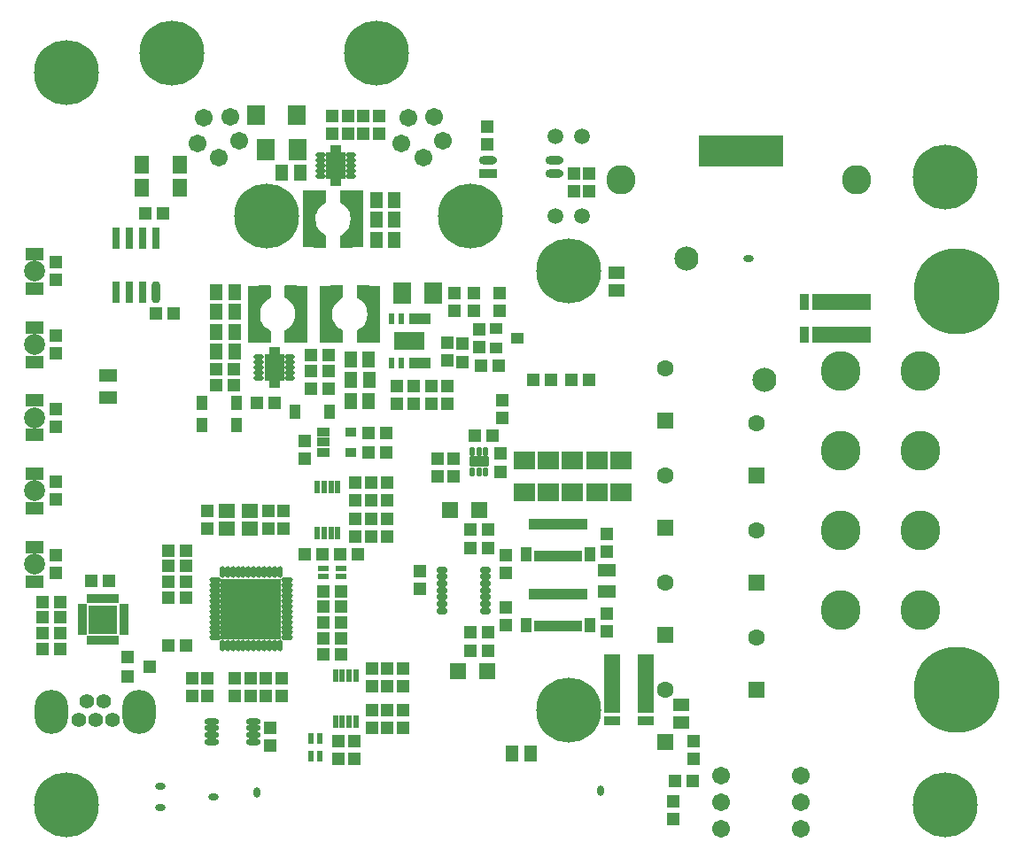
<source format=gbr>
%TF.GenerationSoftware,Altium Limited,Altium Designer,22.0.2 (36)*%
G04 Layer_Color=16711935*
%FSLAX45Y45*%
%MOMM*%
%TF.SameCoordinates,6C3A6253-EFF2-48E9-9C48-1F107FDFC152*%
%TF.FilePolarity,Negative*%
%TF.FileFunction,Soldermask,Bot*%
%TF.Part,Single*%
G01*
G75*
%TA.AperFunction,SMDPad,CuDef*%
G04:AMPARAMS|DCode=99|XSize=1.8032mm|YSize=1.0932mm|CornerRadius=0.1461mm|HoleSize=0mm|Usage=FLASHONLY|Rotation=0.000|XOffset=0mm|YOffset=0mm|HoleType=Round|Shape=RoundedRectangle|*
%AMROUNDEDRECTD99*
21,1,1.80320,0.80100,0,0,0.0*
21,1,1.51100,1.09320,0,0,0.0*
1,1,0.29220,0.75550,-0.40050*
1,1,0.29220,-0.75550,-0.40050*
1,1,0.29220,-0.75550,0.40050*
1,1,0.29220,0.75550,0.40050*
%
%ADD99ROUNDEDRECTD99*%
G04:AMPARAMS|DCode=100|XSize=0.5032mm|YSize=0.9032mm|CornerRadius=0.1466mm|HoleSize=0mm|Usage=FLASHONLY|Rotation=0.000|XOffset=0mm|YOffset=0mm|HoleType=Round|Shape=RoundedRectangle|*
%AMROUNDEDRECTD100*
21,1,0.50320,0.61000,0,0,0.0*
21,1,0.21000,0.90320,0,0,0.0*
1,1,0.29320,0.10500,-0.30500*
1,1,0.29320,-0.10500,-0.30500*
1,1,0.29320,-0.10500,0.30500*
1,1,0.29320,0.10500,0.30500*
%
%ADD100ROUNDEDRECTD100*%
%ADD101R,1.80320X1.30320*%
%ADD102R,1.15320X5.50320*%
%ADD103R,1.35320X1.75320*%
%ADD104R,0.60320X1.10320*%
G04:AMPARAMS|DCode=105|XSize=0.6032mm|YSize=1.3032mm|CornerRadius=0.2016mm|HoleSize=0mm|Usage=FLASHONLY|Rotation=270.000|XOffset=0mm|YOffset=0mm|HoleType=Round|Shape=RoundedRectangle|*
%AMROUNDEDRECTD105*
21,1,0.60320,0.90000,0,0,270.0*
21,1,0.20000,1.30320,0,0,270.0*
1,1,0.40320,-0.45000,-0.10000*
1,1,0.40320,-0.45000,0.10000*
1,1,0.40320,0.45000,0.10000*
1,1,0.40320,0.45000,-0.10000*
%
%ADD105ROUNDEDRECTD105*%
%ADD106R,1.60320X1.60320*%
%ADD107R,1.10320X0.89320*%
%ADD108R,1.19320X0.89320*%
%ADD109R,1.15320X1.10320*%
%ADD110R,1.15320X1.10320*%
%ADD111R,1.20320X1.20320*%
%ADD112R,1.11320X1.42320*%
G04:AMPARAMS|DCode=113|XSize=0.8032mm|YSize=2.0032mm|CornerRadius=0.2516mm|HoleSize=0mm|Usage=FLASHONLY|Rotation=0.000|XOffset=0mm|YOffset=0mm|HoleType=Round|Shape=RoundedRectangle|*
%AMROUNDEDRECTD113*
21,1,0.80320,1.50000,0,0,0.0*
21,1,0.30000,2.00320,0,0,0.0*
1,1,0.50320,0.15000,-0.75000*
1,1,0.50320,-0.15000,-0.75000*
1,1,0.50320,-0.15000,0.75000*
1,1,0.50320,0.15000,0.75000*
%
%ADD113ROUNDEDRECTD113*%
%ADD114R,0.80320X2.00320*%
%ADD115R,1.80320X1.90320*%
%ADD116R,1.70320X1.30320*%
%ADD117R,5.80320X5.80320*%
G04:AMPARAMS|DCode=118|XSize=0.4532mm|YSize=1.1032mm|CornerRadius=0.1641mm|HoleSize=0mm|Usage=FLASHONLY|Rotation=270.000|XOffset=0mm|YOffset=0mm|HoleType=Round|Shape=RoundedRectangle|*
%AMROUNDEDRECTD118*
21,1,0.45320,0.77500,0,0,270.0*
21,1,0.12500,1.10320,0,0,270.0*
1,1,0.32820,-0.38750,-0.06250*
1,1,0.32820,-0.38750,0.06250*
1,1,0.32820,0.38750,0.06250*
1,1,0.32820,0.38750,-0.06250*
%
%ADD118ROUNDEDRECTD118*%
G04:AMPARAMS|DCode=119|XSize=0.4532mm|YSize=1.1032mm|CornerRadius=0.1641mm|HoleSize=0mm|Usage=FLASHONLY|Rotation=180.000|XOffset=0mm|YOffset=0mm|HoleType=Round|Shape=RoundedRectangle|*
%AMROUNDEDRECTD119*
21,1,0.45320,0.77500,0,0,180.0*
21,1,0.12500,1.10320,0,0,180.0*
1,1,0.32820,-0.06250,0.38750*
1,1,0.32820,0.06250,0.38750*
1,1,0.32820,0.06250,-0.38750*
1,1,0.32820,-0.06250,-0.38750*
%
%ADD119ROUNDEDRECTD119*%
%ADD120R,2.80320X2.80320*%
%ADD121R,0.50320X0.95320*%
%ADD122R,0.95320X0.50320*%
%ADD123R,0.48320X0.90320*%
%ADD124R,1.85320X2.60320*%
G04:AMPARAMS|DCode=125|XSize=0.4332mm|YSize=1.0032mm|CornerRadius=0.1476mm|HoleSize=0mm|Usage=FLASHONLY|Rotation=270.000|XOffset=0mm|YOffset=0mm|HoleType=Round|Shape=RoundedRectangle|*
%AMROUNDEDRECTD125*
21,1,0.43320,0.70800,0,0,270.0*
21,1,0.13800,1.00320,0,0,270.0*
1,1,0.29520,-0.35400,-0.06900*
1,1,0.29520,-0.35400,0.06900*
1,1,0.29520,0.35400,0.06900*
1,1,0.29520,0.35400,-0.06900*
%
%ADD125ROUNDEDRECTD125*%
%ADD126R,0.61320X1.22320*%
%ADD127R,3.00320X1.80320*%
%ADD128R,0.50320X1.10320*%
%ADD129R,5.70320X1.05320*%
%ADD130R,4.60320X1.05320*%
%ADD131R,1.05320X1.35320*%
%ADD132R,1.72320X0.81320*%
%ADD133O,1.72320X0.81320*%
G04:AMPARAMS|DCode=134|XSize=1.0032mm|YSize=0.6032mm|CornerRadius=0.1516mm|HoleSize=0mm|Usage=FLASHONLY|Rotation=0.000|XOffset=0mm|YOffset=0mm|HoleType=Round|Shape=RoundedRectangle|*
%AMROUNDEDRECTD134*
21,1,1.00320,0.30000,0,0,0.0*
21,1,0.70000,0.60320,0,0,0.0*
1,1,0.30320,0.35000,-0.15000*
1,1,0.30320,-0.35000,-0.15000*
1,1,0.30320,-0.35000,0.15000*
1,1,0.30320,0.35000,0.15000*
%
%ADD134ROUNDEDRECTD134*%
%ADD135R,2.00320X1.80320*%
%ADD136R,1.30320X1.60320*%
%ADD137R,1.30320X1.20320*%
%ADD138R,1.60320X1.40320*%
%ADD139R,1.50320X0.90320*%
%ADD140R,1.50320X5.60320*%
%ADD141R,1.20320X1.30320*%
%ADD142R,1.60320X1.30320*%
%ADD143R,0.90320X1.50320*%
%ADD144R,5.60320X1.50320*%
%ADD145R,1.80320X2.00320*%
%ADD146R,1.10320X0.60320*%
%TA.AperFunction,ComponentPad*%
%ADD147C,2.00320*%
%ADD148C,1.60320*%
%ADD149R,1.60320X1.60320*%
%ADD150O,3.20320X4.20320*%
%ADD151C,1.40320*%
%ADD152O,1.00320X0.60320*%
%ADD153C,0.85320*%
%ADD154C,3.80320*%
%ADD155C,8.20320*%
%ADD156C,2.80320*%
%ADD157C,1.70320*%
%ADD158C,6.20320*%
%ADD159C,2.30320*%
%ADD160C,1.50320*%
%TA.AperFunction,ViaPad*%
%ADD161C,6.20320*%
%TA.AperFunction,WasherPad*%
%ADD162O,0.60320X1.00320*%
%ADD163O,1.00320X0.60320*%
G36*
X7350000Y6600000D02*
X6550000D01*
Y6900000D01*
X7350000D01*
Y6600000D01*
D02*
G37*
G36*
X3231329Y6375095D02*
X3232635Y6374835D01*
X3233896Y6374407D01*
X3235091Y6373818D01*
X3236198Y6373078D01*
X3237200Y6372200D01*
X3238078Y6371198D01*
X3238817Y6370091D01*
X3239407Y6368896D01*
X3239835Y6367635D01*
X3240095Y6366329D01*
X3240182Y6365000D01*
Y6100000D01*
Y5835000D01*
X3240095Y5833671D01*
X3239835Y5832365D01*
X3239407Y5831104D01*
X3238817Y5829909D01*
X3238078Y5828802D01*
X3237200Y5827800D01*
X3236198Y5826922D01*
X3235091Y5826182D01*
X3233896Y5825593D01*
X3232635Y5825165D01*
X3231329Y5824905D01*
X3230000Y5824818D01*
X3125000D01*
X3123671Y5824905D01*
X3122365Y5825165D01*
X3121104Y5825593D01*
X3119909Y5826182D01*
X3118802Y5826922D01*
X3117800Y5827800D01*
X3116922Y5828802D01*
X3116182Y5829909D01*
X3115593Y5831104D01*
X3115165Y5832365D01*
X3114905Y5833671D01*
X3114818Y5835000D01*
Y5935000D01*
X3114838Y5935305D01*
X3114837Y5935610D01*
X3114882Y5935969D01*
X3114905Y5936329D01*
X3114965Y5936629D01*
X3115003Y5936931D01*
X3115095Y5937281D01*
X3115165Y5937635D01*
X3115263Y5937925D01*
X3115341Y5938220D01*
X3115477Y5938553D01*
X3115593Y5938896D01*
X3115729Y5939171D01*
X3115844Y5939453D01*
X3116023Y5939767D01*
X3116182Y5940091D01*
X3116352Y5940344D01*
X3116503Y5940610D01*
X3116722Y5940899D01*
X3116922Y5941198D01*
X3117123Y5941427D01*
X3117308Y5941671D01*
X3117563Y5941929D01*
X3117800Y5942200D01*
X3118030Y5942401D01*
X3118245Y5942618D01*
X3118529Y5942839D01*
X3118802Y5943078D01*
X3119056Y5943248D01*
X3119297Y5943435D01*
X3119609Y5943617D01*
X3119909Y5943818D01*
X3120182Y5943953D01*
X3120447Y5944107D01*
X3139879Y5953823D01*
X3153513Y5962912D01*
X3186914Y5996313D01*
X3201069Y6019904D01*
X3205569Y6028906D01*
X3214999Y6057196D01*
X3219755Y6100000D01*
X3214956Y6143195D01*
X3210393Y6161446D01*
X3196176Y6189880D01*
X3187087Y6203514D01*
X3163313Y6227288D01*
X3144309Y6241540D01*
X3119762Y6256269D01*
X3119287Y6256598D01*
X3118802Y6256922D01*
X3118737Y6256979D01*
X3118667Y6257028D01*
X3118239Y6257415D01*
X3117800Y6257800D01*
X3117744Y6257865D01*
X3117680Y6257922D01*
X3117304Y6258367D01*
X3116922Y6258802D01*
X3116875Y6258872D01*
X3116819Y6258938D01*
X3116505Y6259427D01*
X3116182Y6259909D01*
X3116144Y6259986D01*
X3116098Y6260058D01*
X3115854Y6260575D01*
X3115593Y6261104D01*
X3115565Y6261186D01*
X3115529Y6261262D01*
X3115354Y6261809D01*
X3115165Y6262365D01*
X3115148Y6262449D01*
X3115122Y6262531D01*
X3115019Y6263099D01*
X3114905Y6263671D01*
X3114900Y6263757D01*
X3114885Y6263841D01*
X3114857Y6264415D01*
X3114818Y6265000D01*
Y6365000D01*
X3114905Y6366329D01*
X3115165Y6367635D01*
X3115593Y6368896D01*
X3116182Y6370091D01*
X3116922Y6371198D01*
X3117800Y6372200D01*
X3118802Y6373078D01*
X3119909Y6373818D01*
X3121104Y6374407D01*
X3122365Y6374835D01*
X3123671Y6375095D01*
X3125000Y6375182D01*
X3230000D01*
X3231329Y6375095D01*
D02*
G37*
G36*
X2976329D02*
X2977635Y6374835D01*
X2978896Y6374407D01*
X2980091Y6373818D01*
X2981198Y6373078D01*
X2982200Y6372200D01*
X2983078Y6371198D01*
X2983818Y6370091D01*
X2984407Y6368896D01*
X2984835Y6367635D01*
X2985095Y6366329D01*
X2985182Y6365000D01*
Y6265000D01*
X2985143Y6264415D01*
X2985115Y6263841D01*
X2985100Y6263757D01*
X2985095Y6263671D01*
X2984981Y6263099D01*
X2984878Y6262531D01*
X2984852Y6262449D01*
X2984835Y6262365D01*
X2984646Y6261809D01*
X2984471Y6261262D01*
X2984435Y6261186D01*
X2984407Y6261104D01*
X2984146Y6260575D01*
X2983902Y6260058D01*
X2983856Y6259986D01*
X2983818Y6259909D01*
X2983495Y6259427D01*
X2983181Y6258938D01*
X2983125Y6258872D01*
X2983078Y6258802D01*
X2982696Y6258367D01*
X2982320Y6257922D01*
X2982256Y6257865D01*
X2982200Y6257800D01*
X2981761Y6257415D01*
X2981333Y6257028D01*
X2981263Y6256979D01*
X2981198Y6256922D01*
X2980713Y6256598D01*
X2980238Y6256269D01*
X2955691Y6241540D01*
X2936687Y6227288D01*
X2922712Y6213313D01*
X2908696Y6194625D01*
X2894107Y6165447D01*
X2889607Y6156446D01*
X2885027Y6138126D01*
X2880252Y6099930D01*
X2885044Y6056804D01*
X2889607Y6038554D01*
X2903696Y6010375D01*
X2917712Y5991687D01*
X2946314Y5963086D01*
X2969902Y5948933D01*
X2979553Y5944107D01*
X2979818Y5943953D01*
X2980091Y5943818D01*
X2980391Y5943617D01*
X2980703Y5943435D01*
X2980943Y5943248D01*
X2981198Y5943078D01*
X2981471Y5942839D01*
X2981755Y5942618D01*
X2981970Y5942401D01*
X2982200Y5942200D01*
X2982437Y5941929D01*
X2982692Y5941671D01*
X2982877Y5941427D01*
X2983078Y5941198D01*
X2983278Y5940899D01*
X2983497Y5940610D01*
X2983648Y5940344D01*
X2983818Y5940091D01*
X2983977Y5939767D01*
X2984156Y5939453D01*
X2984271Y5939171D01*
X2984407Y5938896D01*
X2984523Y5938553D01*
X2984659Y5938220D01*
X2984737Y5937925D01*
X2984835Y5937635D01*
X2984905Y5937281D01*
X2984997Y5936931D01*
X2985035Y5936629D01*
X2985095Y5936329D01*
X2985118Y5935969D01*
X2985163Y5935610D01*
X2985162Y5935305D01*
X2985182Y5935000D01*
Y5835000D01*
X2985095Y5833671D01*
X2984835Y5832365D01*
X2984407Y5831104D01*
X2983818Y5829909D01*
X2983078Y5828802D01*
X2982200Y5827800D01*
X2981198Y5826922D01*
X2980091Y5826182D01*
X2978896Y5825593D01*
X2977635Y5825165D01*
X2976329Y5824905D01*
X2975000Y5824818D01*
X2870000D01*
X2868671Y5824905D01*
X2867365Y5825165D01*
X2866104Y5825593D01*
X2864909Y5826182D01*
X2863802Y5826922D01*
X2862800Y5827800D01*
X2861922Y5828802D01*
X2861182Y5829909D01*
X2860593Y5831104D01*
X2860165Y5832365D01*
X2859905Y5833671D01*
X2859818Y5835000D01*
Y6100000D01*
Y6365000D01*
X2859905Y6366329D01*
X2860165Y6367635D01*
X2860593Y6368896D01*
X2861182Y6370091D01*
X2861922Y6371198D01*
X2862800Y6372200D01*
X2863802Y6373078D01*
X2864909Y6373818D01*
X2866104Y6374407D01*
X2867365Y6374835D01*
X2868671Y6375095D01*
X2870000Y6375182D01*
X2975000D01*
X2976329Y6375095D01*
D02*
G37*
G36*
X3391330Y5465095D02*
X3392636Y5464835D01*
X3393897Y5464407D01*
X3395092Y5463818D01*
X3396199Y5463078D01*
X3397200Y5462200D01*
X3398079Y5461199D01*
X3398818Y5460091D01*
X3399408Y5458897D01*
X3399836Y5457636D01*
X3400096Y5456329D01*
X3400183Y5455000D01*
Y5190000D01*
Y4925000D01*
X3400096Y4923671D01*
X3399836Y4922365D01*
X3399408Y4921104D01*
X3398818Y4919909D01*
X3398079Y4918802D01*
X3397200Y4917801D01*
X3396199Y4916923D01*
X3395092Y4916183D01*
X3393897Y4915593D01*
X3392636Y4915165D01*
X3391330Y4914906D01*
X3390001Y4914818D01*
X3285001D01*
X3283672Y4914906D01*
X3282366Y4915165D01*
X3281105Y4915593D01*
X3279910Y4916183D01*
X3278803Y4916923D01*
X3277801Y4917801D01*
X3276923Y4918802D01*
X3276183Y4919909D01*
X3275594Y4921104D01*
X3275166Y4922365D01*
X3274906Y4923671D01*
X3274819Y4925000D01*
Y5025000D01*
X3274858Y5025585D01*
X3274885Y5026159D01*
X3274901Y5026243D01*
X3274906Y5026329D01*
X3275020Y5026902D01*
X3275123Y5027470D01*
X3275149Y5027551D01*
X3275166Y5027636D01*
X3275355Y5028191D01*
X3275530Y5028738D01*
X3275566Y5028814D01*
X3275594Y5028897D01*
X3275855Y5029425D01*
X3276099Y5029942D01*
X3276145Y5030014D01*
X3276183Y5030091D01*
X3276506Y5030574D01*
X3276820Y5031062D01*
X3276876Y5031128D01*
X3276923Y5031199D01*
X3277305Y5031634D01*
X3277681Y5032078D01*
X3277745Y5032135D01*
X3277801Y5032200D01*
X3278240Y5032585D01*
X3278668Y5032973D01*
X3278738Y5033021D01*
X3278803Y5033078D01*
X3279288Y5033402D01*
X3279763Y5033731D01*
X3304310Y5048460D01*
X3323314Y5062712D01*
X3337289Y5076688D01*
X3351305Y5095375D01*
X3365894Y5124554D01*
X3370394Y5133554D01*
X3374974Y5151874D01*
X3379749Y5190070D01*
X3374957Y5233196D01*
X3370394Y5251446D01*
X3356305Y5279625D01*
X3342289Y5298313D01*
X3313688Y5326915D01*
X3290099Y5341068D01*
X3280448Y5345893D01*
X3280183Y5346048D01*
X3279910Y5346183D01*
X3279610Y5346383D01*
X3279298Y5346566D01*
X3279057Y5346752D01*
X3278803Y5346923D01*
X3278530Y5347161D01*
X3278246Y5347382D01*
X3278031Y5347599D01*
X3277801Y5347801D01*
X3277564Y5348071D01*
X3277309Y5348329D01*
X3277124Y5348573D01*
X3276923Y5348802D01*
X3276723Y5349102D01*
X3276504Y5349390D01*
X3276353Y5349656D01*
X3276183Y5349909D01*
X3276024Y5350233D01*
X3275845Y5350547D01*
X3275730Y5350829D01*
X3275594Y5351104D01*
X3275478Y5351447D01*
X3275342Y5351781D01*
X3275264Y5352076D01*
X3275166Y5352365D01*
X3275096Y5352719D01*
X3275004Y5353069D01*
X3274966Y5353372D01*
X3274906Y5353671D01*
X3274883Y5354031D01*
X3274837Y5354390D01*
X3274839Y5354695D01*
X3274819Y5355000D01*
Y5455000D01*
X3274906Y5456329D01*
X3275166Y5457636D01*
X3275594Y5458897D01*
X3276183Y5460091D01*
X3276923Y5461199D01*
X3277801Y5462200D01*
X3278803Y5463078D01*
X3279910Y5463818D01*
X3281105Y5464407D01*
X3282366Y5464835D01*
X3283672Y5465095D01*
X3285001Y5465182D01*
X3390001D01*
X3391330Y5465095D01*
D02*
G37*
G36*
X3136330D02*
X3137636Y5464835D01*
X3138897Y5464407D01*
X3140092Y5463818D01*
X3141199Y5463078D01*
X3142200Y5462200D01*
X3143079Y5461199D01*
X3143818Y5460091D01*
X3144408Y5458897D01*
X3144836Y5457636D01*
X3145096Y5456329D01*
X3145183Y5455000D01*
Y5355000D01*
X3145163Y5354695D01*
X3145164Y5354390D01*
X3145119Y5354031D01*
X3145096Y5353671D01*
X3145036Y5353372D01*
X3144998Y5353069D01*
X3144906Y5352719D01*
X3144836Y5352365D01*
X3144738Y5352076D01*
X3144660Y5351781D01*
X3144524Y5351447D01*
X3144408Y5351104D01*
X3144272Y5350829D01*
X3144157Y5350547D01*
X3143978Y5350233D01*
X3143818Y5349909D01*
X3143649Y5349656D01*
X3143498Y5349390D01*
X3143279Y5349102D01*
X3143079Y5348802D01*
X3142878Y5348573D01*
X3142693Y5348329D01*
X3142438Y5348071D01*
X3142200Y5347801D01*
X3141971Y5347599D01*
X3141756Y5347382D01*
X3141471Y5347161D01*
X3141199Y5346923D01*
X3140944Y5346752D01*
X3140704Y5346566D01*
X3140392Y5346383D01*
X3140092Y5346183D01*
X3139818Y5346048D01*
X3139554Y5345893D01*
X3120122Y5336177D01*
X3106488Y5327088D01*
X3073087Y5293687D01*
X3058932Y5270096D01*
X3054432Y5261094D01*
X3045002Y5232804D01*
X3040246Y5190000D01*
X3045045Y5146805D01*
X3049608Y5128554D01*
X3063824Y5100121D01*
X3072914Y5086486D01*
X3096688Y5062712D01*
X3115692Y5048460D01*
X3140239Y5033731D01*
X3140714Y5033402D01*
X3141199Y5033078D01*
X3141264Y5033021D01*
X3141334Y5032973D01*
X3141762Y5032585D01*
X3142200Y5032200D01*
X3142257Y5032135D01*
X3142321Y5032078D01*
X3142697Y5031634D01*
X3143079Y5031199D01*
X3143126Y5031128D01*
X3143182Y5031062D01*
X3143496Y5030574D01*
X3143818Y5030091D01*
X3143857Y5030014D01*
X3143903Y5029942D01*
X3144147Y5029425D01*
X3144408Y5028897D01*
X3144436Y5028814D01*
X3144472Y5028738D01*
X3144647Y5028191D01*
X3144836Y5027636D01*
X3144852Y5027551D01*
X3144879Y5027470D01*
X3144982Y5026902D01*
X3145096Y5026329D01*
X3145101Y5026243D01*
X3145116Y5026159D01*
X3145144Y5025585D01*
X3145183Y5025000D01*
Y4925000D01*
X3145096Y4923671D01*
X3144836Y4922365D01*
X3144408Y4921104D01*
X3143818Y4919909D01*
X3143079Y4918802D01*
X3142200Y4917801D01*
X3141199Y4916923D01*
X3140092Y4916183D01*
X3138897Y4915593D01*
X3137636Y4915165D01*
X3136330Y4914906D01*
X3135001Y4914818D01*
X3030001D01*
X3028672Y4914906D01*
X3027366Y4915165D01*
X3026105Y4915593D01*
X3024910Y4916183D01*
X3023803Y4916923D01*
X3022801Y4917801D01*
X3021923Y4918802D01*
X3021183Y4919909D01*
X3020594Y4921104D01*
X3020166Y4922365D01*
X3019906Y4923671D01*
X3019819Y4925000D01*
Y5190000D01*
Y5455000D01*
X3019906Y5456329D01*
X3020166Y5457636D01*
X3020594Y5458897D01*
X3021183Y5460091D01*
X3021923Y5461199D01*
X3022801Y5462200D01*
X3023803Y5463078D01*
X3024910Y5463818D01*
X3026105Y5464407D01*
X3027366Y5464835D01*
X3028672Y5465095D01*
X3030001Y5465182D01*
X3135001D01*
X3136330Y5465095D01*
D02*
G37*
G36*
X2701329Y5465095D02*
X2702636Y5464835D01*
X2703897Y5464407D01*
X2705091Y5463818D01*
X2706199Y5463078D01*
X2707200Y5462200D01*
X2708078Y5461198D01*
X2708818Y5460091D01*
X2709407Y5458896D01*
X2709835Y5457635D01*
X2710095Y5456329D01*
X2710182Y5455000D01*
Y5190000D01*
Y4925000D01*
X2710095Y4923671D01*
X2709835Y4922365D01*
X2709407Y4921104D01*
X2708818Y4919909D01*
X2708078Y4918802D01*
X2707200Y4917800D01*
X2706199Y4916922D01*
X2705091Y4916182D01*
X2703897Y4915593D01*
X2702636Y4915165D01*
X2701329Y4914905D01*
X2700000Y4914818D01*
X2595001D01*
X2593672Y4914905D01*
X2592365Y4915165D01*
X2591104Y4915593D01*
X2589910Y4916182D01*
X2588802Y4916922D01*
X2587801Y4917800D01*
X2586923Y4918802D01*
X2586183Y4919909D01*
X2585594Y4921104D01*
X2585166Y4922365D01*
X2584906Y4923671D01*
X2584819Y4925000D01*
Y5025000D01*
X2584857Y5025585D01*
X2584885Y5026159D01*
X2584900Y5026243D01*
X2584906Y5026329D01*
X2585020Y5026901D01*
X2585123Y5027469D01*
X2585149Y5027551D01*
X2585166Y5027635D01*
X2585354Y5028191D01*
X2585530Y5028738D01*
X2585566Y5028814D01*
X2585594Y5028896D01*
X2585854Y5029425D01*
X2586099Y5029942D01*
X2586145Y5030014D01*
X2586183Y5030091D01*
X2586505Y5030573D01*
X2586820Y5031062D01*
X2586876Y5031128D01*
X2586923Y5031198D01*
X2587304Y5031633D01*
X2587681Y5032078D01*
X2587744Y5032135D01*
X2587801Y5032200D01*
X2588240Y5032585D01*
X2588667Y5032972D01*
X2588737Y5033021D01*
X2588802Y5033078D01*
X2589287Y5033402D01*
X2589762Y5033731D01*
X2614310Y5048460D01*
X2633313Y5062712D01*
X2647289Y5076687D01*
X2661304Y5095375D01*
X2675894Y5124553D01*
X2680394Y5133554D01*
X2684974Y5151874D01*
X2689748Y5190070D01*
X2684956Y5233196D01*
X2680394Y5251446D01*
X2666305Y5279625D01*
X2652289Y5298313D01*
X2623687Y5326914D01*
X2600099Y5341067D01*
X2590447Y5345893D01*
X2590183Y5346047D01*
X2589910Y5346182D01*
X2589609Y5346383D01*
X2589298Y5346565D01*
X2589057Y5346752D01*
X2588802Y5346922D01*
X2588530Y5347161D01*
X2588245Y5347382D01*
X2588031Y5347599D01*
X2587801Y5347800D01*
X2587564Y5348071D01*
X2587309Y5348329D01*
X2587124Y5348573D01*
X2586923Y5348802D01*
X2586723Y5349101D01*
X2586504Y5349390D01*
X2586352Y5349656D01*
X2586183Y5349909D01*
X2586023Y5350233D01*
X2585844Y5350547D01*
X2585729Y5350829D01*
X2585594Y5351104D01*
X2585477Y5351447D01*
X2585341Y5351780D01*
X2585264Y5352075D01*
X2585166Y5352365D01*
X2585095Y5352719D01*
X2585004Y5353069D01*
X2584966Y5353371D01*
X2584906Y5353671D01*
X2584882Y5354031D01*
X2584837Y5354390D01*
X2584839Y5354695D01*
X2584819Y5355000D01*
Y5455000D01*
X2584906Y5456329D01*
X2585166Y5457635D01*
X2585594Y5458896D01*
X2586183Y5460091D01*
X2586923Y5461198D01*
X2587801Y5462200D01*
X2588802Y5463078D01*
X2589910Y5463818D01*
X2591104Y5464407D01*
X2592365Y5464835D01*
X2593672Y5465095D01*
X2595001Y5465182D01*
X2700000D01*
X2701329Y5465095D01*
D02*
G37*
G36*
X2446329D02*
X2447636Y5464835D01*
X2448897Y5464407D01*
X2450091Y5463818D01*
X2451199Y5463078D01*
X2452200Y5462200D01*
X2453078Y5461198D01*
X2453818Y5460091D01*
X2454407Y5458896D01*
X2454835Y5457635D01*
X2455095Y5456329D01*
X2455182Y5455000D01*
Y5355000D01*
X2455162Y5354695D01*
X2455164Y5354390D01*
X2455119Y5354031D01*
X2455095Y5353671D01*
X2455035Y5353371D01*
X2454997Y5353069D01*
X2454906Y5352719D01*
X2454835Y5352365D01*
X2454737Y5352075D01*
X2454660Y5351780D01*
X2454524Y5351447D01*
X2454407Y5351104D01*
X2454272Y5350829D01*
X2454157Y5350547D01*
X2453978Y5350233D01*
X2453818Y5349909D01*
X2453649Y5349656D01*
X2453497Y5349390D01*
X2453279Y5349101D01*
X2453078Y5348802D01*
X2452877Y5348573D01*
X2452692Y5348329D01*
X2452438Y5348071D01*
X2452200Y5347800D01*
X2451970Y5347599D01*
X2451756Y5347382D01*
X2451471Y5347161D01*
X2451199Y5346922D01*
X2450944Y5346752D01*
X2450704Y5346565D01*
X2450392Y5346383D01*
X2450091Y5346182D01*
X2449818Y5346047D01*
X2449554Y5345893D01*
X2430122Y5336177D01*
X2416487Y5327088D01*
X2383086Y5293687D01*
X2368932Y5270096D01*
X2364431Y5261094D01*
X2355001Y5232804D01*
X2350245Y5190000D01*
X2355045Y5146805D01*
X2359607Y5128554D01*
X2373824Y5100120D01*
X2382914Y5086486D01*
X2406688Y5062712D01*
X2425691Y5048460D01*
X2450239Y5033731D01*
X2450714Y5033402D01*
X2451199Y5033078D01*
X2451264Y5033021D01*
X2451334Y5032972D01*
X2451761Y5032585D01*
X2452200Y5032200D01*
X2452257Y5032135D01*
X2452320Y5032078D01*
X2452697Y5031633D01*
X2453078Y5031198D01*
X2453125Y5031128D01*
X2453181Y5031062D01*
X2453496Y5030573D01*
X2453818Y5030091D01*
X2453856Y5030014D01*
X2453902Y5029942D01*
X2454147Y5029425D01*
X2454407Y5028896D01*
X2454435Y5028814D01*
X2454471Y5028738D01*
X2454647Y5028191D01*
X2454835Y5027635D01*
X2454852Y5027551D01*
X2454878Y5027469D01*
X2454981Y5026901D01*
X2455095Y5026329D01*
X2455101Y5026243D01*
X2455116Y5026159D01*
X2455144Y5025585D01*
X2455182Y5025000D01*
Y4925000D01*
X2455095Y4923671D01*
X2454835Y4922365D01*
X2454407Y4921104D01*
X2453818Y4919909D01*
X2453078Y4918802D01*
X2452200Y4917800D01*
X2451199Y4916922D01*
X2450091Y4916182D01*
X2448897Y4915593D01*
X2447636Y4915165D01*
X2446329Y4914905D01*
X2445000Y4914818D01*
X2340001D01*
X2338672Y4914905D01*
X2337365Y4915165D01*
X2336104Y4915593D01*
X2334910Y4916182D01*
X2333802Y4916922D01*
X2332801Y4917800D01*
X2331923Y4918802D01*
X2331183Y4919909D01*
X2330594Y4921104D01*
X2330166Y4922365D01*
X2329906Y4923671D01*
X2329819Y4925000D01*
Y5190000D01*
Y5455000D01*
X2329906Y5456329D01*
X2330166Y5457635D01*
X2330594Y5458896D01*
X2331183Y5460091D01*
X2331923Y5461198D01*
X2332801Y5462200D01*
X2333802Y5463078D01*
X2334910Y5463818D01*
X2336104Y5464407D01*
X2337365Y5464835D01*
X2338672Y5465095D01*
X2340001Y5465182D01*
X2445000D01*
X2446329Y5465095D01*
D02*
G37*
D99*
X4443001Y3780000D02*
D03*
D100*
X4378001Y3879500D02*
D03*
X4443001D02*
D03*
X4508001D02*
D03*
X4378001Y3680500D02*
D03*
X4443001D02*
D03*
X4508001D02*
D03*
D101*
X200000Y5435000D02*
D03*
Y5765000D02*
D03*
Y4735000D02*
D03*
Y5065000D02*
D03*
Y3335000D02*
D03*
Y3665000D02*
D03*
Y2635000D02*
D03*
Y2965000D02*
D03*
Y4035000D02*
D03*
Y4365000D02*
D03*
D102*
X3277500Y6100000D02*
D03*
X2822500D02*
D03*
X2292501Y5190000D02*
D03*
X2747500D02*
D03*
X3437501Y5190000D02*
D03*
X2982501D02*
D03*
D103*
X1217500Y6622500D02*
D03*
X1582500D02*
D03*
Y6397500D02*
D03*
X1217500D02*
D03*
D104*
X2920001Y960000D02*
D03*
Y1130000D02*
D03*
X2840001D02*
D03*
Y960000D02*
D03*
D105*
X1890000Y1102500D02*
D03*
Y1167500D02*
D03*
Y1232500D02*
D03*
Y1297500D02*
D03*
X2290000Y1102500D02*
D03*
Y1167500D02*
D03*
Y1232500D02*
D03*
Y1297500D02*
D03*
D106*
X4170000Y3320000D02*
D03*
X4450000D02*
D03*
X4240000Y1780000D02*
D03*
X4520000D02*
D03*
D107*
X3219501Y3870000D02*
D03*
Y4060001D02*
D03*
D108*
X2960501Y3870000D02*
D03*
Y3965000D02*
D03*
Y4060001D02*
D03*
D109*
X4610000Y4865000D02*
D03*
X4810000Y4960000D02*
D03*
D110*
X4610000Y5055000D02*
D03*
D111*
X1295000Y1820000D02*
D03*
X1085000Y1915000D02*
D03*
Y1725000D02*
D03*
D112*
X1796500Y4130000D02*
D03*
X2123500D02*
D03*
X1796500Y4340000D02*
D03*
X2123500D02*
D03*
X3013500Y4260000D02*
D03*
X2686500D02*
D03*
D113*
X1354000Y5400000D02*
D03*
D114*
X1227000D02*
D03*
X1100000D02*
D03*
X973000D02*
D03*
Y5920000D02*
D03*
X1100000D02*
D03*
X1227000D02*
D03*
X1354000D02*
D03*
D115*
X2313000Y7090000D02*
D03*
X2707000D02*
D03*
D116*
X5670000Y2745000D02*
D03*
Y2535000D02*
D03*
X900000Y4605000D02*
D03*
Y4395000D02*
D03*
D117*
X2265001Y2370000D02*
D03*
D118*
X1920000Y2645000D02*
D03*
Y2595000D02*
D03*
Y2545000D02*
D03*
Y2495000D02*
D03*
Y2445000D02*
D03*
Y2395000D02*
D03*
Y2345000D02*
D03*
Y2295000D02*
D03*
Y2245000D02*
D03*
Y2195000D02*
D03*
Y2145000D02*
D03*
Y2095000D02*
D03*
X2610000D02*
D03*
Y2145000D02*
D03*
Y2195000D02*
D03*
Y2245000D02*
D03*
Y2295000D02*
D03*
Y2345000D02*
D03*
Y2395000D02*
D03*
Y2445000D02*
D03*
Y2495000D02*
D03*
Y2545000D02*
D03*
Y2595000D02*
D03*
Y2645000D02*
D03*
D119*
X1990001Y2020000D02*
D03*
X2040000D02*
D03*
X2090000D02*
D03*
X2140001D02*
D03*
X2190000D02*
D03*
X2240001D02*
D03*
X2290001D02*
D03*
X2340000D02*
D03*
X2390001D02*
D03*
X2440000D02*
D03*
X2490000D02*
D03*
X2540001D02*
D03*
Y2720000D02*
D03*
X2490000D02*
D03*
X2440000D02*
D03*
X2390001D02*
D03*
X2340000D02*
D03*
X2290001D02*
D03*
X2240001D02*
D03*
X2190000D02*
D03*
X2140001D02*
D03*
X2090000D02*
D03*
X2040000D02*
D03*
X1990001D02*
D03*
D120*
X850000Y2270000D02*
D03*
D121*
X875000Y2070000D02*
D03*
X925000D02*
D03*
X975000D02*
D03*
X725000D02*
D03*
X775000D02*
D03*
X825000D02*
D03*
Y2470000D02*
D03*
X775000D02*
D03*
X725000D02*
D03*
X975000D02*
D03*
X925000D02*
D03*
X875000D02*
D03*
D122*
X1050000Y2295000D02*
D03*
Y2345000D02*
D03*
Y2395000D02*
D03*
Y2145000D02*
D03*
Y2195000D02*
D03*
Y2245000D02*
D03*
X650000Y2295000D02*
D03*
Y2345000D02*
D03*
Y2395000D02*
D03*
Y2145000D02*
D03*
Y2195000D02*
D03*
Y2245000D02*
D03*
D123*
X3050000Y6765000D02*
D03*
X3100000D02*
D03*
X3050000Y6455000D02*
D03*
X3100000D02*
D03*
X2515000Y4525000D02*
D03*
X2465000D02*
D03*
X2515000Y4835000D02*
D03*
X2465000D02*
D03*
D124*
X3075000Y6610000D02*
D03*
X2490000Y4680000D02*
D03*
D125*
X2927500Y6610000D02*
D03*
Y6510000D02*
D03*
Y6560000D02*
D03*
Y6660000D02*
D03*
Y6710000D02*
D03*
X3222500Y6510000D02*
D03*
Y6560000D02*
D03*
Y6660000D02*
D03*
Y6710000D02*
D03*
Y6610000D02*
D03*
X2637500Y4680000D02*
D03*
Y4780000D02*
D03*
Y4730000D02*
D03*
Y4630000D02*
D03*
Y4580000D02*
D03*
X2342500Y4780000D02*
D03*
Y4730000D02*
D03*
Y4630000D02*
D03*
Y4580000D02*
D03*
Y4680000D02*
D03*
D126*
X3137501Y1734999D02*
D03*
X3072501D02*
D03*
X3267501D02*
D03*
X3202501D02*
D03*
X3137501Y1294999D02*
D03*
X3072501D02*
D03*
X3267501D02*
D03*
X3202501D02*
D03*
X2964501Y3540000D02*
D03*
X2899501D02*
D03*
X3094501D02*
D03*
X3029501D02*
D03*
X2964501Y3100000D02*
D03*
X2899501D02*
D03*
X3094501D02*
D03*
X3029501D02*
D03*
D127*
X3780001Y4935000D02*
D03*
D128*
X3605001Y4725000D02*
D03*
X3705001D02*
D03*
X3805001D02*
D03*
X3855001D02*
D03*
X3905001D02*
D03*
X3955001D02*
D03*
Y5145000D02*
D03*
X3905001D02*
D03*
X3855001D02*
D03*
X3805001D02*
D03*
X3705001D02*
D03*
X3605001D02*
D03*
D129*
X5200001Y2515000D02*
D03*
Y3185000D02*
D03*
D130*
Y2205000D02*
D03*
Y2875000D02*
D03*
D131*
X5505000Y2220000D02*
D03*
X4895001D02*
D03*
X5505000Y2890000D02*
D03*
X4895001D02*
D03*
D132*
X4532500Y6536500D02*
D03*
D133*
Y6663500D02*
D03*
X5167500Y6536500D02*
D03*
Y6663500D02*
D03*
D134*
X4090000Y2355000D02*
D03*
Y2420000D02*
D03*
Y2485000D02*
D03*
Y2550000D02*
D03*
Y2615000D02*
D03*
Y2680000D02*
D03*
Y2745000D02*
D03*
X4510000D02*
D03*
Y2680000D02*
D03*
Y2615000D02*
D03*
Y2550000D02*
D03*
Y2485000D02*
D03*
Y2420000D02*
D03*
Y2355000D02*
D03*
D135*
X5800000Y3790000D02*
D03*
Y3490000D02*
D03*
X5340000D02*
D03*
Y3790000D02*
D03*
X5570000Y3490000D02*
D03*
Y3790000D02*
D03*
X4880000D02*
D03*
Y3490000D02*
D03*
X5110000Y3790000D02*
D03*
Y3490000D02*
D03*
D136*
X1932500Y5210000D02*
D03*
X2107500D02*
D03*
X3217501Y4760000D02*
D03*
X3392500D02*
D03*
X3217501Y4360000D02*
D03*
X3392500D02*
D03*
X3222501Y4560000D02*
D03*
X3397500D02*
D03*
X1932500Y5400000D02*
D03*
X2107500D02*
D03*
X3462500Y6280000D02*
D03*
X3637500D02*
D03*
X3462500Y5900000D02*
D03*
X3637500D02*
D03*
X2107500Y4830000D02*
D03*
X1932500D02*
D03*
X2562500Y6540000D02*
D03*
X2737500D02*
D03*
X4937500Y990000D02*
D03*
X4762500D02*
D03*
X3637500Y6090000D02*
D03*
X3462500D02*
D03*
X1932500Y5020000D02*
D03*
X2107500D02*
D03*
D137*
X1475000Y2930000D02*
D03*
X1645000D02*
D03*
X2775001Y2890000D02*
D03*
X2945000D02*
D03*
X2955000Y2090000D02*
D03*
X3125000D02*
D03*
X3285000Y2890000D02*
D03*
X3115000D02*
D03*
X445000Y2140000D02*
D03*
X275000D02*
D03*
Y2290000D02*
D03*
X445000D02*
D03*
X735001Y2640000D02*
D03*
X905000D02*
D03*
X445000Y1990000D02*
D03*
X275000D02*
D03*
X2955000Y2240000D02*
D03*
X3125000D02*
D03*
Y2540000D02*
D03*
X2955000D02*
D03*
X3125000Y2390000D02*
D03*
X2955000D02*
D03*
X2955000Y1940000D02*
D03*
X3125000D02*
D03*
X4535000Y2150000D02*
D03*
X4365000D02*
D03*
X1355000Y5200000D02*
D03*
X1525000D02*
D03*
X3005000Y4480000D02*
D03*
X2835000D02*
D03*
Y4650000D02*
D03*
X3005000D02*
D03*
X3385000Y4050000D02*
D03*
X3555000D02*
D03*
X1645000Y2630000D02*
D03*
X1475000D02*
D03*
X1645001Y2020000D02*
D03*
X1475001D02*
D03*
X4635001Y4700000D02*
D03*
X4465001D02*
D03*
X1935000Y4660000D02*
D03*
X2105000D02*
D03*
X2495000Y4340000D02*
D03*
X2325000D02*
D03*
X4405000Y4030000D02*
D03*
X4575000D02*
D03*
X1255000Y6150000D02*
D03*
X1425000D02*
D03*
X4535000Y2950000D02*
D03*
X4365000D02*
D03*
X2835000Y4800000D02*
D03*
X3005000D02*
D03*
X275000Y2440000D02*
D03*
X445000D02*
D03*
X1645001Y2780000D02*
D03*
X1475001D02*
D03*
X4535000Y3130000D02*
D03*
X4365000D02*
D03*
X5325001Y4560000D02*
D03*
X5495000D02*
D03*
X4965000D02*
D03*
X5135000D02*
D03*
X6315000Y725000D02*
D03*
X6485000D02*
D03*
X1645001Y2480000D02*
D03*
X1475001D02*
D03*
X3555000Y3870000D02*
D03*
X3385000D02*
D03*
X1935000Y4510000D02*
D03*
X2105000D02*
D03*
X4365000Y1970000D02*
D03*
X4535000D02*
D03*
D138*
X2255000Y3310000D02*
D03*
Y3140000D02*
D03*
X2035000Y3310000D02*
D03*
Y3140000D02*
D03*
D139*
X6040000Y1305000D02*
D03*
X5720000D02*
D03*
D140*
Y1660000D02*
D03*
X6040000D02*
D03*
D141*
X5350000Y6535000D02*
D03*
Y6365000D02*
D03*
X3415000Y3060000D02*
D03*
Y3230000D02*
D03*
X3570001Y1229999D02*
D03*
Y1399999D02*
D03*
X3250001Y935000D02*
D03*
Y1105000D02*
D03*
X3415000Y3580000D02*
D03*
Y3410000D02*
D03*
X3570001Y1799999D02*
D03*
Y1629999D02*
D03*
X2450000Y1065000D02*
D03*
Y1235000D02*
D03*
X1850000Y3305000D02*
D03*
Y3135000D02*
D03*
X2430000Y3135000D02*
D03*
Y3305000D02*
D03*
X3100000Y1105000D02*
D03*
Y935000D02*
D03*
X1850000Y1705000D02*
D03*
Y1535000D02*
D03*
X2260000D02*
D03*
Y1705000D02*
D03*
X2410000Y1535000D02*
D03*
Y1705000D02*
D03*
X4140001Y4335000D02*
D03*
Y4505000D02*
D03*
X2780000Y3975000D02*
D03*
Y3805000D02*
D03*
X4650000Y3855000D02*
D03*
Y3685000D02*
D03*
X3565000Y3060000D02*
D03*
Y3230000D02*
D03*
X3720001Y1229999D02*
D03*
Y1399999D02*
D03*
X3265000Y3230000D02*
D03*
Y3060000D02*
D03*
X3420001Y1399999D02*
D03*
Y1229999D02*
D03*
X3565000Y3580000D02*
D03*
Y3410000D02*
D03*
X3720001Y1799999D02*
D03*
Y1629999D02*
D03*
X3265000Y3410000D02*
D03*
Y3580000D02*
D03*
X3420001Y1629999D02*
D03*
Y1799999D02*
D03*
X2580000Y3305000D02*
D03*
Y3135000D02*
D03*
X1700000Y1535000D02*
D03*
Y1705000D02*
D03*
X4140001Y4915000D02*
D03*
Y4745000D02*
D03*
X4290001Y4735000D02*
D03*
Y4905000D02*
D03*
X4640000Y5225000D02*
D03*
Y5395000D02*
D03*
X4670000Y4195000D02*
D03*
Y4365000D02*
D03*
X6300000Y365000D02*
D03*
Y535000D02*
D03*
X2110000Y1535000D02*
D03*
Y1705000D02*
D03*
X2560000Y1535000D02*
D03*
Y1705000D02*
D03*
X3040000Y6915000D02*
D03*
Y7085000D02*
D03*
X4700001Y2885000D02*
D03*
Y2715000D02*
D03*
X5670000Y2915000D02*
D03*
Y3085000D02*
D03*
X4700001Y2215000D02*
D03*
Y2385000D02*
D03*
X3190000Y6915000D02*
D03*
Y7085000D02*
D03*
X4525000Y6985000D02*
D03*
Y6815000D02*
D03*
X3340000Y7085000D02*
D03*
Y6915000D02*
D03*
X3490000Y7085000D02*
D03*
Y6915000D02*
D03*
X400000Y4815000D02*
D03*
Y4985000D02*
D03*
Y3415000D02*
D03*
Y3585000D02*
D03*
Y2715000D02*
D03*
Y2885000D02*
D03*
Y4115000D02*
D03*
Y4285000D02*
D03*
Y5515000D02*
D03*
Y5685000D02*
D03*
X3990001Y4335000D02*
D03*
Y4505000D02*
D03*
X6500000Y940000D02*
D03*
Y1110000D02*
D03*
X3880000Y2735000D02*
D03*
Y2565000D02*
D03*
X4050001Y3805000D02*
D03*
Y3635000D02*
D03*
X4200000Y3635000D02*
D03*
Y3805000D02*
D03*
X5670000Y2325000D02*
D03*
Y2155000D02*
D03*
X4450000Y5045000D02*
D03*
Y4875000D02*
D03*
X4400000Y5395000D02*
D03*
Y5225000D02*
D03*
X3660000Y4505000D02*
D03*
Y4335000D02*
D03*
X4210000Y5395000D02*
D03*
Y5225000D02*
D03*
X3820000Y4505000D02*
D03*
Y4335000D02*
D03*
X5500000Y6535000D02*
D03*
Y6365000D02*
D03*
D142*
X5760000Y5587500D02*
D03*
Y5412500D02*
D03*
X6380000Y1282500D02*
D03*
Y1457500D02*
D03*
D143*
X7555000Y4990000D02*
D03*
Y5310000D02*
D03*
D144*
X7910000D02*
D03*
Y4990000D02*
D03*
D145*
X2410000Y6760000D02*
D03*
X2710000D02*
D03*
X4010001Y5390000D02*
D03*
X3710001D02*
D03*
D146*
X3125001Y2760000D02*
D03*
X2955000D02*
D03*
Y2680000D02*
D03*
X3125001D02*
D03*
D147*
X200000Y5600000D02*
D03*
Y4900000D02*
D03*
Y3500000D02*
D03*
Y2800000D02*
D03*
Y4200000D02*
D03*
D148*
X6225000Y4675000D02*
D03*
X7100000Y3125000D02*
D03*
Y2100000D02*
D03*
X6225001Y3650000D02*
D03*
X7100001Y4150000D02*
D03*
X6225000Y1600000D02*
D03*
Y2625000D02*
D03*
D149*
Y4175000D02*
D03*
X7100000Y2625000D02*
D03*
Y1600000D02*
D03*
X6225001Y3150000D02*
D03*
X7100001Y3650000D02*
D03*
X6225000Y1100000D02*
D03*
Y2125000D02*
D03*
D150*
X360001Y1390000D02*
D03*
X1200001D02*
D03*
D151*
X860001Y1490000D02*
D03*
X780001Y1310000D02*
D03*
X700001Y1490000D02*
D03*
X620001Y1310000D02*
D03*
X940001D02*
D03*
D152*
X1396001Y678100D02*
D03*
Y474900D02*
D03*
X1904001Y576500D02*
D03*
D153*
X3125000Y6685000D02*
D03*
X3025000D02*
D03*
Y6535000D02*
D03*
X3125000D02*
D03*
X3075000Y6610000D02*
D03*
X2440000Y4605000D02*
D03*
X2540000D02*
D03*
Y4755000D02*
D03*
X2440000D02*
D03*
X2490000Y4680000D02*
D03*
D154*
X8662000Y3119000D02*
D03*
X7900000D02*
D03*
X8662000Y2357000D02*
D03*
X7900000D02*
D03*
Y3881000D02*
D03*
X8662000D02*
D03*
X7900000Y4643000D02*
D03*
X8662000D02*
D03*
D155*
X9014000Y1595000D02*
D03*
Y5405000D02*
D03*
D156*
X8050000Y6475000D02*
D03*
X5800000D02*
D03*
D157*
X1961987Y6689733D02*
D03*
X2153810Y6845389D02*
D03*
X1753440Y6823258D02*
D03*
X1818145Y7064740D02*
D03*
X2065515Y7076103D02*
D03*
X7522000Y270000D02*
D03*
X6760000Y778000D02*
D03*
X7522000D02*
D03*
X6760000Y270000D02*
D03*
Y524000D02*
D03*
X7522000D02*
D03*
X3911987Y6689733D02*
D03*
X4103810Y6845389D02*
D03*
X3703440Y6823258D02*
D03*
X3768145Y7064740D02*
D03*
X4015515Y7076103D02*
D03*
D158*
X3462528Y7686009D02*
D03*
X5300000Y1400000D02*
D03*
Y5600000D02*
D03*
X4361967Y6128133D02*
D03*
X2411967D02*
D03*
X1512528Y7686009D02*
D03*
D159*
X6428805Y5718758D02*
D03*
X7170355Y4563162D02*
D03*
D160*
X5173000Y6891000D02*
D03*
X5427000D02*
D03*
Y6129000D02*
D03*
X5173000D02*
D03*
D161*
X500000Y500000D02*
D03*
Y7500000D02*
D03*
X8900000Y6500000D02*
D03*
Y500000D02*
D03*
D162*
X2320000Y620000D02*
D03*
X5610000Y630000D02*
D03*
D163*
X7025000Y5725000D02*
D03*
%TF.MD5,f1277ee43258bca1e585dc9db919c16a*%
M02*

</source>
